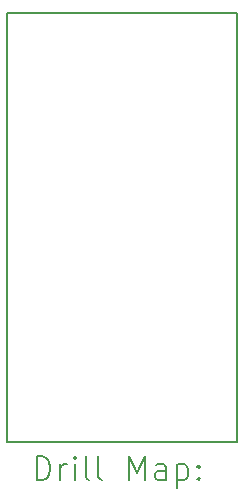
<source format=gbr>
%TF.GenerationSoftware,KiCad,Pcbnew,7.0.10*%
%TF.CreationDate,2024-08-16T14:30:43-05:00*%
%TF.ProjectId,DiffPCB,44696666-5043-4422-9e6b-696361645f70,rev?*%
%TF.SameCoordinates,Original*%
%TF.FileFunction,Drillmap*%
%TF.FilePolarity,Positive*%
%FSLAX45Y45*%
G04 Gerber Fmt 4.5, Leading zero omitted, Abs format (unit mm)*
G04 Created by KiCad (PCBNEW 7.0.10) date 2024-08-16 14:30:43*
%MOMM*%
%LPD*%
G01*
G04 APERTURE LIST*
%ADD10C,0.200000*%
G04 APERTURE END LIST*
D10*
X13772000Y-6193000D02*
X15716000Y-6193000D01*
X15716000Y-9825000D01*
X13772000Y-9825000D01*
X13772000Y-6193000D01*
X14022777Y-10146484D02*
X14022777Y-9946484D01*
X14022777Y-9946484D02*
X14070396Y-9946484D01*
X14070396Y-9946484D02*
X14098967Y-9956008D01*
X14098967Y-9956008D02*
X14118015Y-9975055D01*
X14118015Y-9975055D02*
X14127539Y-9994103D01*
X14127539Y-9994103D02*
X14137062Y-10032198D01*
X14137062Y-10032198D02*
X14137062Y-10060770D01*
X14137062Y-10060770D02*
X14127539Y-10098865D01*
X14127539Y-10098865D02*
X14118015Y-10117912D01*
X14118015Y-10117912D02*
X14098967Y-10136960D01*
X14098967Y-10136960D02*
X14070396Y-10146484D01*
X14070396Y-10146484D02*
X14022777Y-10146484D01*
X14222777Y-10146484D02*
X14222777Y-10013150D01*
X14222777Y-10051246D02*
X14232301Y-10032198D01*
X14232301Y-10032198D02*
X14241824Y-10022674D01*
X14241824Y-10022674D02*
X14260872Y-10013150D01*
X14260872Y-10013150D02*
X14279920Y-10013150D01*
X14346586Y-10146484D02*
X14346586Y-10013150D01*
X14346586Y-9946484D02*
X14337062Y-9956008D01*
X14337062Y-9956008D02*
X14346586Y-9965531D01*
X14346586Y-9965531D02*
X14356110Y-9956008D01*
X14356110Y-9956008D02*
X14346586Y-9946484D01*
X14346586Y-9946484D02*
X14346586Y-9965531D01*
X14470396Y-10146484D02*
X14451348Y-10136960D01*
X14451348Y-10136960D02*
X14441824Y-10117912D01*
X14441824Y-10117912D02*
X14441824Y-9946484D01*
X14575158Y-10146484D02*
X14556110Y-10136960D01*
X14556110Y-10136960D02*
X14546586Y-10117912D01*
X14546586Y-10117912D02*
X14546586Y-9946484D01*
X14803729Y-10146484D02*
X14803729Y-9946484D01*
X14803729Y-9946484D02*
X14870396Y-10089341D01*
X14870396Y-10089341D02*
X14937062Y-9946484D01*
X14937062Y-9946484D02*
X14937062Y-10146484D01*
X15118015Y-10146484D02*
X15118015Y-10041722D01*
X15118015Y-10041722D02*
X15108491Y-10022674D01*
X15108491Y-10022674D02*
X15089443Y-10013150D01*
X15089443Y-10013150D02*
X15051348Y-10013150D01*
X15051348Y-10013150D02*
X15032301Y-10022674D01*
X15118015Y-10136960D02*
X15098967Y-10146484D01*
X15098967Y-10146484D02*
X15051348Y-10146484D01*
X15051348Y-10146484D02*
X15032301Y-10136960D01*
X15032301Y-10136960D02*
X15022777Y-10117912D01*
X15022777Y-10117912D02*
X15022777Y-10098865D01*
X15022777Y-10098865D02*
X15032301Y-10079817D01*
X15032301Y-10079817D02*
X15051348Y-10070293D01*
X15051348Y-10070293D02*
X15098967Y-10070293D01*
X15098967Y-10070293D02*
X15118015Y-10060770D01*
X15213253Y-10013150D02*
X15213253Y-10213150D01*
X15213253Y-10022674D02*
X15232301Y-10013150D01*
X15232301Y-10013150D02*
X15270396Y-10013150D01*
X15270396Y-10013150D02*
X15289443Y-10022674D01*
X15289443Y-10022674D02*
X15298967Y-10032198D01*
X15298967Y-10032198D02*
X15308491Y-10051246D01*
X15308491Y-10051246D02*
X15308491Y-10108389D01*
X15308491Y-10108389D02*
X15298967Y-10127436D01*
X15298967Y-10127436D02*
X15289443Y-10136960D01*
X15289443Y-10136960D02*
X15270396Y-10146484D01*
X15270396Y-10146484D02*
X15232301Y-10146484D01*
X15232301Y-10146484D02*
X15213253Y-10136960D01*
X15394205Y-10127436D02*
X15403729Y-10136960D01*
X15403729Y-10136960D02*
X15394205Y-10146484D01*
X15394205Y-10146484D02*
X15384682Y-10136960D01*
X15384682Y-10136960D02*
X15394205Y-10127436D01*
X15394205Y-10127436D02*
X15394205Y-10146484D01*
X15394205Y-10022674D02*
X15403729Y-10032198D01*
X15403729Y-10032198D02*
X15394205Y-10041722D01*
X15394205Y-10041722D02*
X15384682Y-10032198D01*
X15384682Y-10032198D02*
X15394205Y-10022674D01*
X15394205Y-10022674D02*
X15394205Y-10041722D01*
M02*

</source>
